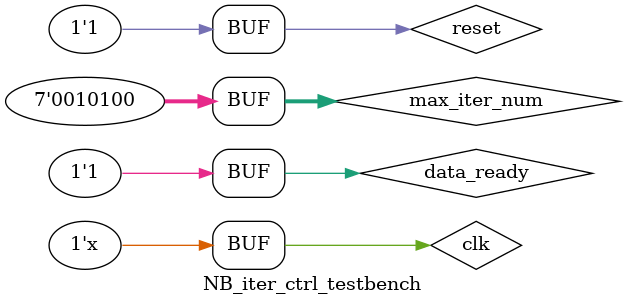
<source format=v>
`timescale 1ns / 1ps


module NB_iter_ctrl_testbench;

	// Inputs
	reg clk;
	reg reset;
	reg data_ready;
	reg [6:0] max_iter_num;
	reg finish_H0;
	reg finish_H1;
	reg finish_H2;
	reg finish_H3;
	reg finish_H4;
	reg finish_H5;
	reg finish_H6;
	reg finish_H7;
	reg finish_H8;
	reg finish_H9;
	reg finish_P0;
	reg finish_P1;
	reg finish_P2;
	reg finish_P3;
	reg finish_P4;

	// Outputs
	wire rd_addr_high_Lch;
	wire value_start;
	wire check_start;
	wire first_iter_flag;
	wire [6:0] iter_num;
	wire Mux_result;
	wire output_ready;

	// Instantiate the Unit Under Test (UUT)
	NB_iter_ctrl uut (
		.clk(clk), 
		.reset(reset), 
		.data_ready(data_ready), 
		.max_iter_num(max_iter_num), 
		.finish_H0(finish_H0), 
		.finish_H1(finish_H1), 
		.finish_H2(finish_H2), 
		.finish_H3(finish_H3), 
		.finish_H4(finish_H4), 
		.finish_H5(finish_H5), 
		.finish_H6(finish_H6), 
		.finish_H7(finish_H7), 
		.finish_H8(finish_H8), 
		.finish_H9(finish_H9), 
		.finish_P0(finish_P0), 
		.finish_P1(finish_P1), 
		.finish_P2(finish_P2), 
		.finish_P3(finish_P3), 
		.finish_P4(finish_P4), 
		.rd_addr_high_Lch(rd_addr_high_Lch), 
		.value_start(value_start), 
		.check_start(check_start), 
		.first_iter_flag(first_iter_flag), 
		.iter_num(iter_num), 
		.Mux_result(Mux_result), 
		.output_ready(output_ready)
	);

	initial begin
		// Initialize Inputs
		clk = 0;
		reset = 1;
		data_ready = 0;
		max_iter_num = 7'd20;
		finish_H0 = 0;
		finish_H1 = 0;
		finish_H2 = 0;
		finish_H3 = 0;
		finish_H4 = 0;
		finish_H5 = 0;
		finish_H6 = 0;
		finish_H7 = 0;
		finish_H8 = 0;
		finish_H9 = 0;
		finish_P0 = 0;
		finish_P1 = 0;
		finish_P2 = 0;
		finish_P3 = 0;
		finish_P4 = 0;
		#10 reset = 0;
		#10 reset = 1;
		
		// Wait 100 ns for global reset to finish
		#100;
      data_ready = 1;  
		// Add stimulus here

	end
   
	reg[9:0] cnt = 0;
	reg[1:0] state = 0;
	always#10 clk = ~clk;
	
	always@(posedge clk)
	begin
		if(reset)
		begin
			if(data_ready == 1)
			begin
				case(state)
				2'd0:
				begin
					if(value_start)
						state <= 2'd2;
					if(check_start)
						state <= 2'd1;
					cnt <= 0;	
				end
				
				2'd1:
				begin
					if(value_start)
					begin
						state <= 2'd2;
						cnt <= 0;
				   end
					else
					begin
						if(cnt == 100)
						begin
							{finish_P0,finish_P1,finish_P2,finish_P3,finish_P4} <= 5'b1_1111;
							cnt <= cnt + 1;
						end
						else if(cnt == 101)
						begin
							{finish_P0,finish_P1,finish_P2,finish_P3,finish_P4} <=  0;
						end
						else
							cnt <= cnt + 1;
					
					end
				end
				
				2'd2:
				begin
					if(check_start)
					begin
						state <= 2'd1;
						cnt <= 0;
				   end
					else
					begin
						if(cnt == 100)
						begin
							{finish_H0,finish_H1,finish_H2,finish_H3,finish_H4,finish_H5,finish_H6,finish_H7,finish_H8,finish_H9} <= 10'b11_1111_1111;
							cnt <= cnt + 1;
						end
						else if(cnt == 101)
						begin
							{finish_H0,finish_H1,finish_H2,finish_H3,finish_H4,finish_H5,finish_H6,finish_H7,finish_H8,finish_H9} <= 0;
						end
						else
							cnt <= cnt + 1;
					end
				end
				endcase
			end
			
		end
	end
		
endmodule


</source>
